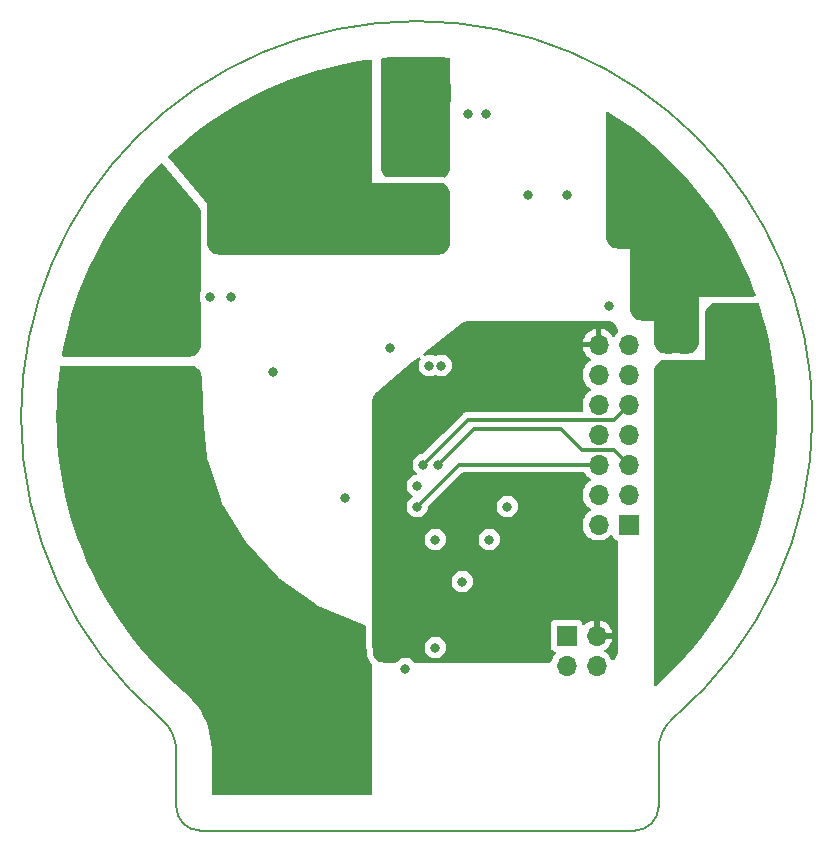
<source format=gbr>
%TF.GenerationSoftware,KiCad,Pcbnew,7.0.6*%
%TF.CreationDate,2024-03-18T21:18:51+03:00*%
%TF.ProjectId,_____ ________,1f3b3042-3020-4343-9042-47383a3e322e,rev?*%
%TF.SameCoordinates,Original*%
%TF.FileFunction,Copper,L3,Inr*%
%TF.FilePolarity,Positive*%
%FSLAX46Y46*%
G04 Gerber Fmt 4.6, Leading zero omitted, Abs format (unit mm)*
G04 Created by KiCad (PCBNEW 7.0.6) date 2024-03-18 21:18:51*
%MOMM*%
%LPD*%
G01*
G04 APERTURE LIST*
G04 Aperture macros list*
%AMRotRect*
0 Rectangle, with rotation*
0 The origin of the aperture is its center*
0 $1 length*
0 $2 width*
0 $3 Rotation angle, in degrees counterclockwise*
0 Add horizontal line*
21,1,$1,$2,0,0,$3*%
G04 Aperture macros list end*
%TA.AperFunction,ComponentPad*%
%ADD10RotRect,1.635000X1.635000X290.000000*%
%TD*%
%TA.AperFunction,ComponentPad*%
%ADD11C,1.635000*%
%TD*%
%TA.AperFunction,ComponentPad*%
%ADD12C,6.000000*%
%TD*%
%TA.AperFunction,ComponentPad*%
%ADD13RotRect,1.635000X1.635000X70.000000*%
%TD*%
%TA.AperFunction,ComponentPad*%
%ADD14RotRect,1.635000X1.635000X300.000000*%
%TD*%
%TA.AperFunction,ComponentPad*%
%ADD15R,1.635000X1.635000*%
%TD*%
%TA.AperFunction,ComponentPad*%
%ADD16RotRect,1.635000X1.635000X60.000000*%
%TD*%
%TA.AperFunction,ComponentPad*%
%ADD17RotRect,1.635000X1.635000X50.000000*%
%TD*%
%TA.AperFunction,ComponentPad*%
%ADD18R,1.700000X1.700000*%
%TD*%
%TA.AperFunction,ComponentPad*%
%ADD19O,1.700000X1.700000*%
%TD*%
%TA.AperFunction,ComponentPad*%
%ADD20RotRect,1.635000X1.635000X310.000000*%
%TD*%
%TA.AperFunction,ViaPad*%
%ADD21C,0.800000*%
%TD*%
%TA.AperFunction,Conductor*%
%ADD22C,0.300000*%
%TD*%
%TA.AperFunction,Profile*%
%ADD23C,0.200000*%
%TD*%
G04 APERTURE END LIST*
D10*
%TO.N,B_OUT*%
%TO.C,J13*%
X144872270Y-59835673D03*
D11*
X146411361Y-64064290D03*
%TD*%
D12*
%TO.N,B*%
%TO.C,J2*%
X151765000Y-55880000D03*
%TD*%
%TO.N,C*%
%TO.C,J3*%
X129540000Y-70485000D03*
%TD*%
D13*
%TO.N,C_OUT*%
%TO.C,J7*%
X145272909Y-107352617D03*
D11*
X146812000Y-103124000D03*
%TD*%
D14*
%TO.N,B_OUT*%
%TO.C,J12*%
X139990000Y-62142886D03*
D11*
X142240000Y-66040000D03*
%TD*%
D15*
%TO.N,A_OUT*%
%TO.C,J6*%
X178272000Y-79248000D03*
D11*
X173772000Y-79248000D03*
%TD*%
D12*
%TO.N,A*%
%TO.C,J1*%
X173990000Y-70485000D03*
%TD*%
D16*
%TO.N,C_OUT*%
%TO.C,J10*%
X140498000Y-104989114D03*
D11*
X142748000Y-101092000D03*
%TD*%
D15*
%TO.N,A_OUT*%
%TO.C,J5*%
X178272000Y-83566000D03*
D11*
X173772000Y-83566000D03*
%TD*%
D17*
%TO.N,C_OUT*%
%TO.C,J11*%
X136045456Y-101999200D03*
D11*
X138938000Y-98552000D03*
%TD*%
D18*
%TO.N,PTC_Coil_A*%
%TO.C,J8*%
X164540000Y-101874000D03*
D19*
%TO.N,GNDA*%
X167080000Y-101874000D03*
%TO.N,PTC_Coil_C*%
X164540000Y-104414000D03*
%TO.N,PTC_Coil_B*%
X167080000Y-104414000D03*
%TD*%
D20*
%TO.N,B_OUT*%
%TO.C,J14*%
X135537456Y-65132800D03*
D11*
X138430000Y-68580000D03*
%TD*%
D15*
%TO.N,A_OUT*%
%TO.C,J9*%
X178272000Y-87884000D03*
D11*
X173772000Y-87884000D03*
%TD*%
D18*
%TO.N,+3.3V*%
%TO.C,J4*%
X169784000Y-92456000D03*
D19*
%TO.N,GND*%
X167244000Y-92456000D03*
%TO.N,CS_MCU*%
X169784000Y-89916000D03*
%TO.N,Temp_Coil_C_MCU*%
X167244000Y-89916000D03*
%TO.N,SCLK_MCU*%
X169784000Y-87376000D03*
%TO.N,Temp_Coil_B_MCU*%
X167244000Y-87376000D03*
%TO.N,SDIO_MCU*%
X169784000Y-84836000D03*
%TO.N,Temp_Coil_A_MCU*%
X167244000Y-84836000D03*
%TO.N,OUT_MCU*%
X169784000Y-82296000D03*
%TO.N,Current_C_MCU*%
X167244000Y-82296000D03*
%TO.N,Current_B_MCU*%
X169784000Y-79756000D03*
%TO.N,Current_A_MCU*%
X167244000Y-79756000D03*
%TO.N,+3.3VA*%
X169784000Y-77216000D03*
%TO.N,GNDA*%
X167244000Y-77216000D03*
%TD*%
D21*
%TO.N,+3.3V*%
X136144000Y-73152000D03*
X164592000Y-64516000D03*
X157734000Y-57658000D03*
X145796000Y-90170000D03*
%TO.N,GND*%
X149606000Y-77470000D03*
X156210000Y-57658000D03*
X134366000Y-73152000D03*
X151892000Y-89154000D03*
%TO.N,OUT_MCU*%
X152400000Y-87376000D03*
%TO.N,SCLK_MCU*%
X153670000Y-87376000D03*
%TO.N,CS_MCU*%
X153924000Y-78994000D03*
%TO.N,SDIO_MCU*%
X152908000Y-78994000D03*
%TO.N,Current_B_MCU*%
X161290000Y-64516000D03*
%TO.N,Current_C_MCU*%
X139700000Y-79502000D03*
%TO.N,A*%
X170688000Y-72644000D03*
X175006000Y-74676000D03*
X171450000Y-74168000D03*
X174244000Y-75184000D03*
X170688000Y-73660000D03*
X174244000Y-77216000D03*
X175006000Y-76708000D03*
X175006000Y-75692000D03*
X174244000Y-74168000D03*
X174244000Y-76200000D03*
X170688000Y-74676000D03*
%TO.N,A_OUT*%
X180594000Y-79248000D03*
X177546000Y-76708000D03*
X180594000Y-76708000D03*
X180594000Y-74676000D03*
X181102000Y-78486000D03*
X180086000Y-78486000D03*
X176784000Y-75184000D03*
X168148000Y-73914000D03*
X177546000Y-74676000D03*
X177546000Y-77724000D03*
X180594000Y-77724000D03*
X176784000Y-77216000D03*
X180594000Y-75692000D03*
X181102000Y-80010000D03*
X180086000Y-80010000D03*
X177546000Y-75692000D03*
X176784000Y-76200000D03*
%TO.N,B*%
X149352000Y-59182000D03*
X150368000Y-62230000D03*
X149352000Y-61214000D03*
X149352000Y-62230000D03*
X149352000Y-60198000D03*
X152400000Y-62230000D03*
X151384000Y-62230000D03*
X153416000Y-62230000D03*
%TO.N,B_OUT*%
X152400000Y-64008000D03*
X151892000Y-65024000D03*
X149352000Y-68072000D03*
X152400000Y-68072000D03*
X150876000Y-65024000D03*
X149352000Y-66040000D03*
X151384000Y-64008000D03*
X153416000Y-68072000D03*
X149352000Y-64008000D03*
X150368000Y-64008000D03*
X151384000Y-68072000D03*
X153416000Y-64008000D03*
X152908000Y-65024000D03*
X149352000Y-67056000D03*
X150368000Y-68072000D03*
X149860000Y-65024000D03*
%TO.N,C*%
X125984000Y-75692000D03*
X127000000Y-73660000D03*
X126492000Y-76708000D03*
X125476000Y-76708000D03*
X127508000Y-74676000D03*
X124460000Y-76708000D03*
X125984000Y-73660000D03*
X124968000Y-75692000D03*
X127000000Y-75692000D03*
X126492000Y-74676000D03*
X125476000Y-74676000D03*
%TO.N,C_OUT*%
X130048000Y-80264000D03*
X127000000Y-81280000D03*
X129032000Y-80264000D03*
X132080000Y-84836000D03*
X132080000Y-83312000D03*
X130556000Y-84074000D03*
X128016000Y-83312000D03*
X131064000Y-83312000D03*
X128016000Y-84836000D03*
X129540000Y-84074000D03*
X129032000Y-84836000D03*
X129032000Y-83312000D03*
X127000000Y-83312000D03*
X127000000Y-82296000D03*
X131064000Y-84836000D03*
X131064000Y-80264000D03*
X130048000Y-83312000D03*
X127000000Y-80264000D03*
X130048000Y-84836000D03*
X128016000Y-80264000D03*
X131572000Y-84074000D03*
X128524000Y-84074000D03*
%TO.N,GNDA*%
X155702000Y-99314000D03*
X148590000Y-92964000D03*
X150114000Y-101854000D03*
X162814000Y-92710000D03*
%TO.N,Temp_Coil_C_MCU*%
X150876000Y-104648000D03*
%TO.N,Temp_Coil_B_MCU*%
X151892000Y-90932000D03*
%TO.N,Temp_Coil_A_MCU*%
X159512000Y-90932000D03*
%TO.N,+3.3VA*%
X155702000Y-97282000D03*
%TO.N,PTC_Coil_A*%
X157988000Y-93726000D03*
%TO.N,PTC_Coil_B*%
X153416000Y-93726000D03*
%TO.N,PTC_Coil_C*%
X153416000Y-102870000D03*
%TD*%
D22*
%TO.N,OUT_MCU*%
X168514000Y-83566000D02*
X169784000Y-82296000D01*
X152400000Y-87376000D02*
X156210000Y-83566000D01*
X156210000Y-83566000D02*
X168514000Y-83566000D01*
%TO.N,SCLK_MCU*%
X153670000Y-87376000D02*
X156718000Y-84328000D01*
X164084000Y-84328000D02*
X165862000Y-86106000D01*
X156718000Y-84328000D02*
X164084000Y-84328000D01*
X168514000Y-86106000D02*
X169784000Y-87376000D01*
X165862000Y-86106000D02*
X168514000Y-86106000D01*
%TO.N,Temp_Coil_B_MCU*%
X167244000Y-87376000D02*
X155448000Y-87376000D01*
X155448000Y-87376000D02*
X151892000Y-90932000D01*
%TD*%
%TA.AperFunction,Conductor*%
%TO.N,A*%
G36*
X168083162Y-57521101D02*
G01*
X168337537Y-57678233D01*
X168337537Y-57678234D01*
X169242817Y-58283123D01*
X170125931Y-58919938D01*
X170985753Y-59587868D01*
X171821187Y-60286062D01*
X172631168Y-61013629D01*
X173414665Y-61769643D01*
X174170679Y-62553140D01*
X174898246Y-63363121D01*
X175596440Y-64198555D01*
X176264370Y-65058377D01*
X176901185Y-65941491D01*
X177506074Y-66846771D01*
X178078266Y-67773065D01*
X178617032Y-68719192D01*
X179121686Y-69683945D01*
X179591583Y-70666096D01*
X180026126Y-71664393D01*
X180424760Y-72677563D01*
X180533834Y-72986747D01*
X180537573Y-73056517D01*
X180502999Y-73117232D01*
X180441088Y-73149617D01*
X180416897Y-73152000D01*
X175768000Y-73152000D01*
X175768000Y-74152000D01*
X175768000Y-74152003D01*
X175768000Y-76974951D01*
X175767701Y-76981032D01*
X175749982Y-77160934D01*
X175745240Y-77184775D01*
X175695424Y-77348998D01*
X175686121Y-77371456D01*
X175605227Y-77522798D01*
X175591722Y-77543010D01*
X175482854Y-77675666D01*
X175465666Y-77692854D01*
X175333010Y-77801722D01*
X175312798Y-77815227D01*
X175161456Y-77896121D01*
X175138998Y-77905424D01*
X174974775Y-77955240D01*
X174950934Y-77959982D01*
X174771032Y-77977701D01*
X174764951Y-77978000D01*
X174140984Y-77978000D01*
X174108891Y-77973775D01*
X174001748Y-77945066D01*
X174001744Y-77945065D01*
X174001743Y-77945065D01*
X174001742Y-77945064D01*
X174001737Y-77945064D01*
X173772002Y-77924965D01*
X173771998Y-77924965D01*
X173542262Y-77945064D01*
X173542251Y-77945066D01*
X173435109Y-77973775D01*
X173403016Y-77978000D01*
X172961049Y-77978000D01*
X172954968Y-77977701D01*
X172775065Y-77959982D01*
X172751224Y-77955240D01*
X172587001Y-77905424D01*
X172564543Y-77896121D01*
X172413201Y-77815227D01*
X172392989Y-77801722D01*
X172260333Y-77692854D01*
X172243145Y-77675666D01*
X172134277Y-77543010D01*
X172120772Y-77522798D01*
X172039878Y-77371456D01*
X172030575Y-77348998D01*
X171980757Y-77184769D01*
X171976018Y-77160941D01*
X171958299Y-76981032D01*
X171958000Y-76974951D01*
X171958000Y-76184003D01*
X171958000Y-76183999D01*
X171958000Y-75184000D01*
X170958000Y-75184000D01*
X170957997Y-75184000D01*
X170929049Y-75184000D01*
X170922968Y-75183701D01*
X170743065Y-75165982D01*
X170719224Y-75161240D01*
X170555001Y-75111424D01*
X170532543Y-75102121D01*
X170381201Y-75021227D01*
X170360989Y-75007722D01*
X170228333Y-74898854D01*
X170211145Y-74881666D01*
X170102277Y-74749010D01*
X170088772Y-74728798D01*
X170007878Y-74577456D01*
X169998575Y-74554998D01*
X169948757Y-74390769D01*
X169944018Y-74366941D01*
X169926299Y-74187032D01*
X169926000Y-74180951D01*
X169926000Y-70088003D01*
X169925999Y-70087992D01*
X169926000Y-69088000D01*
X168926000Y-69088000D01*
X168925997Y-69088000D01*
X168897049Y-69088000D01*
X168890968Y-69087701D01*
X168711065Y-69069982D01*
X168687224Y-69065240D01*
X168523001Y-69015424D01*
X168500543Y-69006121D01*
X168349201Y-68925227D01*
X168328989Y-68911722D01*
X168196333Y-68802854D01*
X168179145Y-68785666D01*
X168070277Y-68653010D01*
X168056772Y-68632798D01*
X167975878Y-68481456D01*
X167966575Y-68458998D01*
X167916757Y-68294769D01*
X167912018Y-68270941D01*
X167894299Y-68091032D01*
X167894000Y-68084951D01*
X167894000Y-57626598D01*
X167913685Y-57559559D01*
X167966489Y-57513804D01*
X168035647Y-57503860D01*
X168083162Y-57521101D01*
G37*
%TD.AperFunction*%
%TD*%
%TA.AperFunction,Conductor*%
%TO.N,B*%
G36*
X152936860Y-52855979D02*
G01*
X154024071Y-52914255D01*
X154573055Y-52963382D01*
X154638070Y-52988962D01*
X154678937Y-53045634D01*
X154686000Y-53086887D01*
X154686000Y-62242951D01*
X154685701Y-62249032D01*
X154667982Y-62428934D01*
X154663240Y-62452775D01*
X154613424Y-62616998D01*
X154604121Y-62639456D01*
X154523227Y-62790798D01*
X154509722Y-62811010D01*
X154400854Y-62943666D01*
X154383665Y-62960855D01*
X154272477Y-63052104D01*
X154208167Y-63079416D01*
X154157819Y-63074911D01*
X154027632Y-63035421D01*
X154027630Y-63035420D01*
X154003559Y-63029391D01*
X153955387Y-63019809D01*
X153930836Y-63016168D01*
X153930838Y-63016168D01*
X153772094Y-63000533D01*
X153732410Y-62996625D01*
X153726229Y-62996169D01*
X153720049Y-62995713D01*
X153701575Y-62994805D01*
X153689160Y-62994500D01*
X153689159Y-62994500D01*
X149231699Y-62994500D01*
X149164660Y-62974815D01*
X149153036Y-62966355D01*
X149146334Y-62960855D01*
X149129144Y-62943665D01*
X149020277Y-62811010D01*
X149006772Y-62790798D01*
X148925878Y-62639456D01*
X148916575Y-62616998D01*
X148866757Y-62452769D01*
X148862018Y-62428941D01*
X148844299Y-62249032D01*
X148844000Y-62242951D01*
X148844000Y-53101789D01*
X148863685Y-53034750D01*
X148916489Y-52988995D01*
X148956942Y-52978284D01*
X149672453Y-52914255D01*
X150759664Y-52855979D01*
X151848262Y-52836546D01*
X152936860Y-52855979D01*
G37*
%TD.AperFunction*%
%TD*%
%TA.AperFunction,Conductor*%
%TO.N,A_OUT*%
G36*
X180749031Y-73679685D02*
G01*
X180794786Y-73732489D01*
X180800324Y-73746941D01*
X180963024Y-74266549D01*
X181112318Y-74743344D01*
X181400365Y-75793321D01*
X181650753Y-76852911D01*
X181863162Y-77920762D01*
X182037321Y-78995515D01*
X182173009Y-80075798D01*
X182270053Y-81160237D01*
X182328329Y-82247448D01*
X182347761Y-83336082D01*
X182329473Y-84392100D01*
X182274629Y-85446889D01*
X182183295Y-86499146D01*
X182055581Y-87547610D01*
X181891640Y-88591023D01*
X181691669Y-89628134D01*
X181455908Y-90657699D01*
X181184639Y-91678483D01*
X180878188Y-92689262D01*
X180536922Y-93688825D01*
X180161251Y-94675971D01*
X179751624Y-95649518D01*
X179308534Y-96608298D01*
X178832512Y-97551160D01*
X178324128Y-98476975D01*
X177783992Y-99384632D01*
X177212752Y-100273042D01*
X176611093Y-101141140D01*
X175979737Y-101987885D01*
X175319441Y-102812261D01*
X174630996Y-103613280D01*
X173915229Y-104389981D01*
X173172997Y-105141432D01*
X172405191Y-105866733D01*
X172163978Y-106079279D01*
X172100666Y-106108831D01*
X172031427Y-106099462D01*
X171978245Y-106054148D01*
X171958004Y-105987274D01*
X171958000Y-105986244D01*
X171958000Y-79489048D01*
X171958299Y-79482967D01*
X171962706Y-79438213D01*
X171976018Y-79303056D01*
X171980757Y-79279232D01*
X172030577Y-79114994D01*
X172039875Y-79092549D01*
X172120775Y-78941195D01*
X172134272Y-78920995D01*
X172243149Y-78788328D01*
X172260328Y-78771149D01*
X172392995Y-78662272D01*
X172413195Y-78648775D01*
X172564549Y-78567875D01*
X172586994Y-78558577D01*
X172751232Y-78508757D01*
X172775056Y-78504018D01*
X172889501Y-78492746D01*
X172954969Y-78486299D01*
X172961049Y-78486000D01*
X175275997Y-78486000D01*
X175276000Y-78486000D01*
X176276000Y-78486000D01*
X176276000Y-74663047D01*
X176276299Y-74656967D01*
X176281824Y-74600867D01*
X176294018Y-74477056D01*
X176298757Y-74453232D01*
X176348577Y-74288994D01*
X176357875Y-74266549D01*
X176438775Y-74115195D01*
X176452272Y-74094995D01*
X176561149Y-73962328D01*
X176578328Y-73945149D01*
X176710995Y-73836272D01*
X176731195Y-73822775D01*
X176882549Y-73741875D01*
X176904994Y-73732577D01*
X177069232Y-73682757D01*
X177093056Y-73678018D01*
X177207501Y-73666746D01*
X177272969Y-73660299D01*
X177279049Y-73660000D01*
X180681992Y-73660000D01*
X180749031Y-73679685D01*
G37*
%TD.AperFunction*%
%TD*%
%TA.AperFunction,Conductor*%
%TO.N,C_OUT*%
G36*
X132655684Y-78994279D02*
G01*
X132829947Y-79010894D01*
X132853048Y-79015338D01*
X133012525Y-79062088D01*
X133034381Y-79070824D01*
X133182132Y-79146858D01*
X133201944Y-79159565D01*
X133332676Y-79262155D01*
X133349730Y-79278378D01*
X133458718Y-79403820D01*
X133472399Y-79422973D01*
X133555718Y-79566746D01*
X133565534Y-79588140D01*
X133620184Y-79745069D01*
X133625781Y-79767931D01*
X133651076Y-79941149D01*
X133651650Y-79947015D01*
X133766672Y-82247448D01*
X133858000Y-84074000D01*
X133859843Y-84094271D01*
X134101490Y-86752399D01*
X134101492Y-86752412D01*
X134112000Y-86868000D01*
X134148702Y-86978105D01*
X135249243Y-90279731D01*
X135382000Y-90678000D01*
X135442511Y-90776330D01*
X135442513Y-90776334D01*
X135442517Y-90776340D01*
X135442516Y-90776340D01*
X136529021Y-92541910D01*
X137215207Y-93656963D01*
X137363978Y-93898715D01*
X137363978Y-93898716D01*
X137363987Y-93898729D01*
X137414000Y-93980000D01*
X137478482Y-94050344D01*
X137478493Y-94050357D01*
X137478493Y-94050358D01*
X140110667Y-96921819D01*
X140208000Y-97028000D01*
X140300173Y-97091812D01*
X140300182Y-97091819D01*
X140300183Y-97091819D01*
X143082935Y-99018340D01*
X143510000Y-99314000D01*
X147252775Y-100855142D01*
X147257933Y-100857550D01*
X147408670Y-100936604D01*
X147427868Y-100949056D01*
X147529291Y-101029052D01*
X147569738Y-101086023D01*
X147576500Y-101126412D01*
X147576500Y-102771561D01*
X147578664Y-102804583D01*
X147578665Y-102804589D01*
X147587209Y-102869495D01*
X147587309Y-102869998D01*
X147591911Y-102893132D01*
X147593666Y-102901955D01*
X147612405Y-102971896D01*
X147616158Y-102993179D01*
X147626658Y-103113190D01*
X147626658Y-103134805D01*
X147611642Y-103306440D01*
X147612429Y-103402790D01*
X147617295Y-103449576D01*
X147617298Y-103449597D01*
X147636350Y-103544034D01*
X147674444Y-103669610D01*
X147674445Y-103669611D01*
X147682802Y-103692971D01*
X147682802Y-103692970D01*
X147682806Y-103692981D01*
X147682808Y-103692985D01*
X147687641Y-103704652D01*
X147701600Y-103738354D01*
X147701600Y-103738353D01*
X147701601Y-103738356D01*
X147701606Y-103738367D01*
X147701610Y-103738375D01*
X147712221Y-103760810D01*
X147721470Y-103778113D01*
X147804810Y-103934033D01*
X147804811Y-103934034D01*
X147804810Y-103934034D01*
X147817567Y-103955318D01*
X147817568Y-103955318D01*
X147817570Y-103955322D01*
X147844863Y-103996168D01*
X147859646Y-104016101D01*
X147910843Y-104078485D01*
X147984253Y-104167936D01*
X148000932Y-104186338D01*
X148000933Y-104186339D01*
X148020016Y-104205423D01*
X148053500Y-104266747D01*
X148056018Y-104284267D01*
X148079459Y-104612422D01*
X148081364Y-104648022D01*
X148082000Y-104683669D01*
X148082000Y-115239500D01*
X148062315Y-115306539D01*
X148009511Y-115352294D01*
X147958000Y-115363500D01*
X134612119Y-115363500D01*
X134545080Y-115343815D01*
X134499325Y-115291011D01*
X134488119Y-115239500D01*
X134488119Y-111670992D01*
X134488137Y-111670930D01*
X134488223Y-111383812D01*
X134454283Y-110913491D01*
X134445641Y-110854097D01*
X134386384Y-110446846D01*
X134284885Y-109986348D01*
X134284885Y-109986346D01*
X134150318Y-109534406D01*
X134150319Y-109534407D01*
X133983386Y-109093387D01*
X133784969Y-108665610D01*
X133556111Y-108253327D01*
X133298002Y-107858682D01*
X133298002Y-107858683D01*
X133012006Y-107483762D01*
X132846315Y-107296405D01*
X132699622Y-107130530D01*
X132362485Y-106800834D01*
X132333214Y-106776084D01*
X132312714Y-106758750D01*
X132310168Y-106756474D01*
X132309069Y-106755435D01*
X132181061Y-106647432D01*
X132180650Y-106646811D01*
X132179477Y-106646071D01*
X131381180Y-105948390D01*
X130606863Y-105222628D01*
X129858264Y-104470367D01*
X129136290Y-103692516D01*
X128441816Y-102890018D01*
X127775682Y-102063844D01*
X127138694Y-101214995D01*
X126531625Y-100344499D01*
X125955209Y-99453408D01*
X125410144Y-98542803D01*
X124897090Y-97613786D01*
X124416667Y-96667482D01*
X123969459Y-95705036D01*
X123556006Y-94727613D01*
X123317337Y-94103736D01*
X123176809Y-93736398D01*
X122832327Y-92732591D01*
X122522978Y-91717406D01*
X122249134Y-90692073D01*
X122011130Y-89657833D01*
X121809251Y-88615940D01*
X121643744Y-87567653D01*
X121514807Y-86514243D01*
X121422599Y-85456985D01*
X121367229Y-84397158D01*
X121348765Y-83336047D01*
X121348763Y-83335969D01*
X121368195Y-82247448D01*
X121426471Y-81160237D01*
X121523515Y-80075798D01*
X121539691Y-79947015D01*
X121645760Y-79102546D01*
X121673646Y-79038483D01*
X121731740Y-78999665D01*
X121768793Y-78994000D01*
X132649803Y-78994000D01*
X132655684Y-78994279D01*
G37*
%TD.AperFunction*%
%TD*%
%TA.AperFunction,Conductor*%
%TO.N,C*%
G36*
X130276415Y-61879676D02*
G01*
X130329820Y-61916514D01*
X131165740Y-62904420D01*
X133365628Y-65504289D01*
X133368958Y-65508595D01*
X133462181Y-65640712D01*
X133473109Y-65659507D01*
X133538347Y-65798471D01*
X133545826Y-65818888D01*
X133585786Y-65967105D01*
X133589584Y-65988512D01*
X133603761Y-66149599D01*
X133604000Y-66155037D01*
X133604000Y-72637596D01*
X133587387Y-72699596D01*
X133538821Y-72783714D01*
X133480327Y-72963740D01*
X133480326Y-72963744D01*
X133460540Y-73152000D01*
X133480326Y-73340256D01*
X133480327Y-73340259D01*
X133538818Y-73520277D01*
X133538821Y-73520284D01*
X133587387Y-73604403D01*
X133604000Y-73666402D01*
X133604000Y-77228951D01*
X133603701Y-77235032D01*
X133585982Y-77414934D01*
X133581240Y-77438775D01*
X133531424Y-77602998D01*
X133522121Y-77625456D01*
X133441227Y-77776798D01*
X133427722Y-77797010D01*
X133318854Y-77929666D01*
X133301666Y-77946854D01*
X133169010Y-78055722D01*
X133148798Y-78069227D01*
X132997456Y-78150121D01*
X132974998Y-78159424D01*
X132810775Y-78209240D01*
X132786934Y-78213982D01*
X132607032Y-78231701D01*
X132600951Y-78232000D01*
X121928638Y-78232000D01*
X121861599Y-78212315D01*
X121815844Y-78159511D01*
X121805900Y-78090353D01*
X121806235Y-78088165D01*
X121833362Y-77920762D01*
X122045771Y-76852911D01*
X122296159Y-75793321D01*
X122584206Y-74743344D01*
X122909546Y-73704316D01*
X123271764Y-72677563D01*
X123670398Y-71664393D01*
X124104941Y-70666096D01*
X124574838Y-69683945D01*
X125079492Y-68719192D01*
X125618258Y-67773065D01*
X126190450Y-66846771D01*
X126795339Y-65941491D01*
X127432154Y-65058377D01*
X128100084Y-64198555D01*
X128798278Y-63363121D01*
X129525845Y-62553140D01*
X129525844Y-62553139D01*
X130145935Y-61910508D01*
X130206645Y-61875937D01*
X130276415Y-61879676D01*
G37*
%TD.AperFunction*%
%TD*%
%TA.AperFunction,Conductor*%
%TO.N,B_OUT*%
G36*
X148011516Y-53103548D02*
G01*
X148063495Y-53150238D01*
X148082000Y-53215404D01*
X148082000Y-63500000D01*
X153682951Y-63500000D01*
X153689032Y-63500299D01*
X153750067Y-63506310D01*
X153868941Y-63518018D01*
X153892769Y-63522757D01*
X154057001Y-63572576D01*
X154079453Y-63581877D01*
X154230798Y-63662772D01*
X154251010Y-63676277D01*
X154383666Y-63785145D01*
X154400854Y-63802333D01*
X154509722Y-63934989D01*
X154523227Y-63955201D01*
X154604121Y-64106543D01*
X154613424Y-64129001D01*
X154663240Y-64293224D01*
X154667982Y-64317065D01*
X154685701Y-64496967D01*
X154686000Y-64503048D01*
X154686000Y-68592951D01*
X154685701Y-68599032D01*
X154667982Y-68778934D01*
X154663240Y-68802775D01*
X154613424Y-68966998D01*
X154604121Y-68989456D01*
X154523227Y-69140798D01*
X154509722Y-69161010D01*
X154400854Y-69293666D01*
X154383666Y-69310854D01*
X154251010Y-69419722D01*
X154230798Y-69433227D01*
X154079456Y-69514121D01*
X154056998Y-69523424D01*
X153892775Y-69573240D01*
X153868934Y-69577982D01*
X153689032Y-69595701D01*
X153682951Y-69596000D01*
X135115049Y-69596000D01*
X135108968Y-69595701D01*
X134929065Y-69577982D01*
X134905224Y-69573240D01*
X134741001Y-69523424D01*
X134718543Y-69514121D01*
X134567201Y-69433227D01*
X134546989Y-69419722D01*
X134414333Y-69310854D01*
X134397145Y-69293666D01*
X134288277Y-69161010D01*
X134274772Y-69140798D01*
X134193878Y-68989456D01*
X134184575Y-68966998D01*
X134134757Y-68802769D01*
X134130018Y-68778941D01*
X134112299Y-68599032D01*
X134112000Y-68592951D01*
X134112000Y-65642265D01*
X134112000Y-65278000D01*
X133877702Y-64999074D01*
X133877701Y-64999072D01*
X130844069Y-61387606D01*
X130816022Y-61323612D01*
X130827025Y-61254615D01*
X130852911Y-61218621D01*
X131065356Y-61013629D01*
X131875337Y-60286062D01*
X132710771Y-59587868D01*
X133570593Y-58919938D01*
X134453707Y-58283123D01*
X135358987Y-57678234D01*
X136285281Y-57106042D01*
X137231408Y-56567276D01*
X138196161Y-56062622D01*
X139178312Y-55592725D01*
X140176609Y-55158182D01*
X141189779Y-54759548D01*
X142216532Y-54397330D01*
X143255560Y-54071990D01*
X144305537Y-53783943D01*
X145365127Y-53533555D01*
X146432978Y-53321146D01*
X147507731Y-53146987D01*
X147942547Y-53092372D01*
X148011516Y-53103548D01*
G37*
%TD.AperFunction*%
%TD*%
%TA.AperFunction,Conductor*%
%TO.N,GNDA*%
G36*
X167913032Y-75184299D02*
G01*
X167974067Y-75190310D01*
X168092941Y-75202018D01*
X168116769Y-75206757D01*
X168281001Y-75256576D01*
X168303453Y-75265877D01*
X168345279Y-75288233D01*
X168454798Y-75346772D01*
X168475010Y-75360277D01*
X168607666Y-75469145D01*
X168624854Y-75486333D01*
X168733722Y-75618989D01*
X168747227Y-75639201D01*
X168828121Y-75790543D01*
X168837424Y-75813001D01*
X168887240Y-75977224D01*
X168891982Y-76001066D01*
X168903901Y-76122088D01*
X168890882Y-76190734D01*
X168868180Y-76221922D01*
X168745506Y-76344597D01*
X168615269Y-76530595D01*
X168560692Y-76574219D01*
X168491193Y-76581412D01*
X168428839Y-76549890D01*
X168412119Y-76530594D01*
X168282113Y-76344926D01*
X168282108Y-76344920D01*
X168115082Y-76177894D01*
X167921578Y-76042399D01*
X167707492Y-75942570D01*
X167707486Y-75942567D01*
X167494000Y-75885364D01*
X167494000Y-76780498D01*
X167386315Y-76731320D01*
X167279763Y-76716000D01*
X167208237Y-76716000D01*
X167101685Y-76731320D01*
X166994000Y-76780498D01*
X166994000Y-75885364D01*
X166993999Y-75885364D01*
X166780513Y-75942567D01*
X166780507Y-75942570D01*
X166566422Y-76042399D01*
X166566420Y-76042400D01*
X166372926Y-76177886D01*
X166372920Y-76177891D01*
X166205891Y-76344920D01*
X166205886Y-76344926D01*
X166070400Y-76538420D01*
X166070399Y-76538422D01*
X165970570Y-76752507D01*
X165970567Y-76752513D01*
X165913364Y-76965999D01*
X165913364Y-76966000D01*
X166810314Y-76966000D01*
X166784507Y-77006156D01*
X166744000Y-77144111D01*
X166744000Y-77287889D01*
X166784507Y-77425844D01*
X166810314Y-77466000D01*
X165913364Y-77466000D01*
X165970567Y-77679486D01*
X165970570Y-77679492D01*
X166070399Y-77893578D01*
X166205894Y-78087082D01*
X166372917Y-78254105D01*
X166558595Y-78384119D01*
X166602219Y-78438696D01*
X166609412Y-78508195D01*
X166577890Y-78570549D01*
X166558595Y-78587269D01*
X166372594Y-78717508D01*
X166205505Y-78884597D01*
X166069965Y-79078169D01*
X166069964Y-79078171D01*
X165970098Y-79292335D01*
X165970094Y-79292344D01*
X165908938Y-79520586D01*
X165908936Y-79520596D01*
X165888341Y-79755999D01*
X165888341Y-79756000D01*
X165908936Y-79991403D01*
X165908938Y-79991413D01*
X165970094Y-80219655D01*
X165970096Y-80219659D01*
X165970097Y-80219663D01*
X165974000Y-80228032D01*
X166069965Y-80433830D01*
X166069967Y-80433834D01*
X166178281Y-80588521D01*
X166205501Y-80627396D01*
X166205506Y-80627402D01*
X166372597Y-80794493D01*
X166372603Y-80794498D01*
X166558158Y-80924425D01*
X166601783Y-80979002D01*
X166608977Y-81048500D01*
X166577454Y-81110855D01*
X166558158Y-81127575D01*
X166372597Y-81257505D01*
X166205505Y-81424597D01*
X166069965Y-81618169D01*
X166069964Y-81618171D01*
X165970098Y-81832335D01*
X165970094Y-81832344D01*
X165908938Y-82060586D01*
X165908936Y-82060596D01*
X165888341Y-82295999D01*
X165888341Y-82296000D01*
X165908936Y-82531403D01*
X165908938Y-82531413D01*
X165970028Y-82759407D01*
X165968365Y-82829257D01*
X165929202Y-82887119D01*
X165864974Y-82914623D01*
X165850253Y-82915500D01*
X156295506Y-82915500D01*
X156279495Y-82913732D01*
X156279473Y-82913974D01*
X156271706Y-82913239D01*
X156199783Y-82915500D01*
X156169075Y-82915500D01*
X156169071Y-82915500D01*
X156169060Y-82915501D01*
X156161804Y-82916417D01*
X156155986Y-82916875D01*
X156107433Y-82918401D01*
X156092873Y-82922630D01*
X156087040Y-82924325D01*
X156067996Y-82928269D01*
X156046942Y-82930929D01*
X156046940Y-82930929D01*
X156001781Y-82948808D01*
X155996255Y-82950700D01*
X155949601Y-82964254D01*
X155931325Y-82975063D01*
X155913860Y-82983619D01*
X155894124Y-82991433D01*
X155854824Y-83019986D01*
X155849942Y-83023193D01*
X155808136Y-83047917D01*
X155793124Y-83062929D01*
X155778336Y-83075558D01*
X155761167Y-83088032D01*
X155761165Y-83088034D01*
X155730194Y-83125470D01*
X155726261Y-83129791D01*
X154066322Y-84789732D01*
X152416873Y-86439181D01*
X152355550Y-86472666D01*
X152329192Y-86475500D01*
X152305354Y-86475500D01*
X152272897Y-86482398D01*
X152120197Y-86514855D01*
X152120192Y-86514857D01*
X151947270Y-86591848D01*
X151947265Y-86591851D01*
X151794129Y-86703111D01*
X151667466Y-86843785D01*
X151572821Y-87007715D01*
X151572818Y-87007722D01*
X151514327Y-87187740D01*
X151514326Y-87187744D01*
X151494540Y-87376000D01*
X151514326Y-87564256D01*
X151514327Y-87564259D01*
X151572818Y-87744277D01*
X151572821Y-87744284D01*
X151667467Y-87908216D01*
X151788419Y-88042546D01*
X151794130Y-88048889D01*
X151797736Y-88052136D01*
X151834384Y-88111622D01*
X151833053Y-88181479D01*
X151794166Y-88239527D01*
X151740544Y-88265575D01*
X151612197Y-88292855D01*
X151612192Y-88292857D01*
X151439270Y-88369848D01*
X151439265Y-88369851D01*
X151286129Y-88481111D01*
X151159466Y-88621785D01*
X151064821Y-88785715D01*
X151064818Y-88785722D01*
X151017767Y-88930531D01*
X151006326Y-88965744D01*
X150986540Y-89154000D01*
X151006326Y-89342256D01*
X151006327Y-89342259D01*
X151064818Y-89522277D01*
X151064821Y-89522284D01*
X151159467Y-89686216D01*
X151263464Y-89801716D01*
X151286129Y-89826888D01*
X151444527Y-89941971D01*
X151442976Y-89944105D01*
X151483098Y-89986199D01*
X151496309Y-90054808D01*
X151470330Y-90119668D01*
X151443634Y-90142800D01*
X151444527Y-90144029D01*
X151286129Y-90259111D01*
X151159466Y-90399785D01*
X151064821Y-90563715D01*
X151064818Y-90563722D01*
X151019819Y-90702216D01*
X151006326Y-90743744D01*
X150986540Y-90932000D01*
X151006326Y-91120256D01*
X151006327Y-91120259D01*
X151064818Y-91300277D01*
X151064821Y-91300284D01*
X151159467Y-91464216D01*
X151244025Y-91558127D01*
X151286129Y-91604888D01*
X151439265Y-91716148D01*
X151439270Y-91716151D01*
X151612192Y-91793142D01*
X151612197Y-91793144D01*
X151797354Y-91832500D01*
X151797355Y-91832500D01*
X151986644Y-91832500D01*
X151986646Y-91832500D01*
X152171803Y-91793144D01*
X152344730Y-91716151D01*
X152497871Y-91604888D01*
X152624533Y-91464216D01*
X152719179Y-91300284D01*
X152777674Y-91120256D01*
X152791168Y-90991855D01*
X152815794Y-90932000D01*
X158606540Y-90932000D01*
X158626326Y-91120256D01*
X158626327Y-91120259D01*
X158684818Y-91300277D01*
X158684821Y-91300284D01*
X158779467Y-91464216D01*
X158864025Y-91558127D01*
X158906129Y-91604888D01*
X159059265Y-91716148D01*
X159059270Y-91716151D01*
X159232192Y-91793142D01*
X159232197Y-91793144D01*
X159417354Y-91832500D01*
X159417355Y-91832500D01*
X159606644Y-91832500D01*
X159606646Y-91832500D01*
X159791803Y-91793144D01*
X159964730Y-91716151D01*
X160117871Y-91604888D01*
X160244533Y-91464216D01*
X160339179Y-91300284D01*
X160397674Y-91120256D01*
X160417460Y-90932000D01*
X160397674Y-90743744D01*
X160339179Y-90563716D01*
X160244533Y-90399784D01*
X160117871Y-90259112D01*
X160117870Y-90259111D01*
X159964734Y-90147851D01*
X159964729Y-90147848D01*
X159791807Y-90070857D01*
X159791802Y-90070855D01*
X159646001Y-90039865D01*
X159606646Y-90031500D01*
X159417354Y-90031500D01*
X159384897Y-90038398D01*
X159232197Y-90070855D01*
X159232192Y-90070857D01*
X159059270Y-90147848D01*
X159059265Y-90147851D01*
X158906129Y-90259111D01*
X158779466Y-90399785D01*
X158684821Y-90563715D01*
X158684818Y-90563722D01*
X158639819Y-90702216D01*
X158626326Y-90743744D01*
X158606540Y-90932000D01*
X152815794Y-90932000D01*
X152817752Y-90927242D01*
X152826799Y-90917145D01*
X155681126Y-88062819D01*
X155742450Y-88029334D01*
X155768808Y-88026500D01*
X165986278Y-88026500D01*
X166053317Y-88046185D01*
X166087853Y-88079377D01*
X166205501Y-88247396D01*
X166205506Y-88247402D01*
X166372597Y-88414493D01*
X166372603Y-88414498D01*
X166558158Y-88544425D01*
X166601783Y-88599002D01*
X166608977Y-88668500D01*
X166577454Y-88730855D01*
X166558158Y-88747575D01*
X166372597Y-88877505D01*
X166205505Y-89044597D01*
X166069965Y-89238169D01*
X166069964Y-89238171D01*
X165970098Y-89452335D01*
X165970094Y-89452344D01*
X165908938Y-89680586D01*
X165908936Y-89680596D01*
X165888341Y-89915999D01*
X165888341Y-89916000D01*
X165908936Y-90151403D01*
X165908938Y-90151413D01*
X165970094Y-90379655D01*
X165970096Y-90379659D01*
X165970097Y-90379663D01*
X166050004Y-90551023D01*
X166069965Y-90593830D01*
X166069967Y-90593834D01*
X166145858Y-90702216D01*
X166205501Y-90787396D01*
X166205506Y-90787402D01*
X166372597Y-90954493D01*
X166372603Y-90954498D01*
X166558158Y-91084425D01*
X166601783Y-91139002D01*
X166608977Y-91208500D01*
X166577454Y-91270855D01*
X166558158Y-91287575D01*
X166372597Y-91417505D01*
X166205505Y-91584597D01*
X166069965Y-91778169D01*
X166069964Y-91778171D01*
X165970098Y-91992335D01*
X165970094Y-91992344D01*
X165908938Y-92220586D01*
X165908936Y-92220596D01*
X165888341Y-92455999D01*
X165888341Y-92456000D01*
X165908936Y-92691403D01*
X165908938Y-92691413D01*
X165970094Y-92919655D01*
X165970096Y-92919659D01*
X165970097Y-92919663D01*
X166054499Y-93100663D01*
X166069965Y-93133830D01*
X166069967Y-93133834D01*
X166178281Y-93288521D01*
X166205505Y-93327401D01*
X166372599Y-93494495D01*
X166469384Y-93562265D01*
X166566165Y-93630032D01*
X166566167Y-93630033D01*
X166566170Y-93630035D01*
X166780337Y-93729903D01*
X167008592Y-93791063D01*
X167185034Y-93806500D01*
X167243999Y-93811659D01*
X167244000Y-93811659D01*
X167244001Y-93811659D01*
X167302966Y-93806500D01*
X167479408Y-93791063D01*
X167707663Y-93729903D01*
X167921830Y-93630035D01*
X168115401Y-93494495D01*
X168237329Y-93372566D01*
X168298648Y-93339084D01*
X168368340Y-93344068D01*
X168424274Y-93385939D01*
X168441189Y-93416917D01*
X168490202Y-93548328D01*
X168490206Y-93548335D01*
X168576452Y-93663544D01*
X168576455Y-93663547D01*
X168691664Y-93749793D01*
X168691671Y-93749797D01*
X168754907Y-93773382D01*
X168826517Y-93800091D01*
X168826518Y-93800091D01*
X168829333Y-93801141D01*
X168885266Y-93843012D01*
X168909684Y-93908476D01*
X168910000Y-93917323D01*
X168910000Y-103136951D01*
X168909701Y-103143032D01*
X168891982Y-103322934D01*
X168887240Y-103346775D01*
X168837424Y-103510998D01*
X168828121Y-103533456D01*
X168747227Y-103684798D01*
X168733722Y-103705010D01*
X168624854Y-103837666D01*
X168607666Y-103854854D01*
X168515454Y-103930531D01*
X168451144Y-103957844D01*
X168382277Y-103946053D01*
X168330716Y-103898901D01*
X168324407Y-103887083D01*
X168254035Y-103736171D01*
X168254034Y-103736169D01*
X168118494Y-103542597D01*
X167951402Y-103375506D01*
X167951401Y-103375505D01*
X167765405Y-103245269D01*
X167721781Y-103190692D01*
X167714588Y-103121193D01*
X167746110Y-103058839D01*
X167765405Y-103042119D01*
X167951082Y-102912105D01*
X168118105Y-102745082D01*
X168253600Y-102551578D01*
X168353429Y-102337492D01*
X168353432Y-102337486D01*
X168410636Y-102124000D01*
X167513686Y-102124000D01*
X167539493Y-102083844D01*
X167580000Y-101945889D01*
X167580000Y-101802111D01*
X167539493Y-101664156D01*
X167513686Y-101624000D01*
X168410636Y-101624000D01*
X168410635Y-101623999D01*
X168353432Y-101410513D01*
X168353429Y-101410507D01*
X168253600Y-101196422D01*
X168253599Y-101196420D01*
X168118113Y-101002926D01*
X168118108Y-101002920D01*
X167951082Y-100835894D01*
X167757578Y-100700399D01*
X167543492Y-100600570D01*
X167543486Y-100600567D01*
X167330000Y-100543364D01*
X167330000Y-101438498D01*
X167222315Y-101389320D01*
X167115763Y-101374000D01*
X167044237Y-101374000D01*
X166937685Y-101389320D01*
X166830000Y-101438498D01*
X166830000Y-100543364D01*
X166829999Y-100543364D01*
X166616513Y-100600567D01*
X166616507Y-100600570D01*
X166402422Y-100700399D01*
X166402420Y-100700400D01*
X166208926Y-100835886D01*
X166086865Y-100957947D01*
X166025542Y-100991431D01*
X165955850Y-100986447D01*
X165899917Y-100944575D01*
X165883002Y-100913598D01*
X165833797Y-100781671D01*
X165833793Y-100781664D01*
X165747547Y-100666455D01*
X165747544Y-100666452D01*
X165632335Y-100580206D01*
X165632328Y-100580202D01*
X165497482Y-100529908D01*
X165497483Y-100529908D01*
X165437883Y-100523501D01*
X165437881Y-100523500D01*
X165437873Y-100523500D01*
X165437864Y-100523500D01*
X163642129Y-100523500D01*
X163642123Y-100523501D01*
X163582516Y-100529908D01*
X163447671Y-100580202D01*
X163447664Y-100580206D01*
X163332455Y-100666452D01*
X163332452Y-100666455D01*
X163246206Y-100781664D01*
X163246202Y-100781671D01*
X163195908Y-100916517D01*
X163189501Y-100976116D01*
X163189500Y-100976135D01*
X163189500Y-102771870D01*
X163189501Y-102771876D01*
X163195908Y-102831483D01*
X163246202Y-102966328D01*
X163246206Y-102966335D01*
X163332452Y-103081544D01*
X163332455Y-103081547D01*
X163447664Y-103167793D01*
X163447671Y-103167797D01*
X163579081Y-103216810D01*
X163635015Y-103258681D01*
X163659432Y-103324145D01*
X163644580Y-103392418D01*
X163623430Y-103420673D01*
X163501503Y-103542600D01*
X163365965Y-103736169D01*
X163365964Y-103736171D01*
X163266098Y-103950335D01*
X163266093Y-103950346D01*
X163239904Y-104048092D01*
X163203540Y-104107753D01*
X163140693Y-104138283D01*
X163120129Y-104140000D01*
X151685545Y-104140000D01*
X151618506Y-104120315D01*
X151593395Y-104098972D01*
X151547582Y-104048092D01*
X151481871Y-103975112D01*
X151458104Y-103957844D01*
X151328734Y-103863851D01*
X151328729Y-103863848D01*
X151155807Y-103786857D01*
X151155802Y-103786855D01*
X151010000Y-103755865D01*
X150970646Y-103747500D01*
X150781354Y-103747500D01*
X150748897Y-103754398D01*
X150596197Y-103786855D01*
X150596192Y-103786857D01*
X150423270Y-103863848D01*
X150423265Y-103863851D01*
X150270129Y-103975111D01*
X150158605Y-104098972D01*
X150099118Y-104135621D01*
X150066455Y-104140000D01*
X149085049Y-104140000D01*
X149078968Y-104139701D01*
X148899065Y-104121982D01*
X148875224Y-104117240D01*
X148711001Y-104067424D01*
X148688543Y-104058121D01*
X148537201Y-103977227D01*
X148516989Y-103963722D01*
X148384333Y-103854854D01*
X148367145Y-103837666D01*
X148325447Y-103786857D01*
X148258276Y-103705008D01*
X148244772Y-103684798D01*
X148168764Y-103542597D01*
X148163877Y-103533453D01*
X148154576Y-103510999D01*
X148127176Y-103420673D01*
X148120085Y-103397299D01*
X148115218Y-103350502D01*
X148135035Y-103124000D01*
X148134789Y-103121193D01*
X148121241Y-102966335D01*
X148114935Y-102894257D01*
X148108435Y-102870000D01*
X152510540Y-102870000D01*
X152530326Y-103058256D01*
X152530327Y-103058259D01*
X152588818Y-103238277D01*
X152588821Y-103238284D01*
X152683467Y-103402216D01*
X152700087Y-103420674D01*
X152810129Y-103542888D01*
X152963265Y-103654148D01*
X152963270Y-103654151D01*
X153136192Y-103731142D01*
X153136197Y-103731144D01*
X153321354Y-103770500D01*
X153321355Y-103770500D01*
X153510644Y-103770500D01*
X153510646Y-103770500D01*
X153695803Y-103731144D01*
X153868730Y-103654151D01*
X154021871Y-103542888D01*
X154148533Y-103402216D01*
X154243179Y-103238284D01*
X154301674Y-103058256D01*
X154321460Y-102870000D01*
X154301674Y-102681744D01*
X154243179Y-102501716D01*
X154148533Y-102337784D01*
X154021871Y-102197112D01*
X154021870Y-102197111D01*
X153868734Y-102085851D01*
X153868729Y-102085848D01*
X153695807Y-102008857D01*
X153695802Y-102008855D01*
X153550000Y-101977865D01*
X153510646Y-101969500D01*
X153321354Y-101969500D01*
X153288897Y-101976398D01*
X153136197Y-102008855D01*
X153136192Y-102008857D01*
X152963270Y-102085848D01*
X152963265Y-102085851D01*
X152810129Y-102197111D01*
X152683466Y-102337785D01*
X152588821Y-102501715D01*
X152588818Y-102501722D01*
X152533656Y-102671495D01*
X152530326Y-102681744D01*
X152510540Y-102870000D01*
X148108435Y-102870000D01*
X148086225Y-102787109D01*
X148082000Y-102755016D01*
X148082000Y-97282000D01*
X154796540Y-97282000D01*
X154816326Y-97470256D01*
X154816327Y-97470259D01*
X154874818Y-97650277D01*
X154874821Y-97650284D01*
X154969467Y-97814216D01*
X155096128Y-97954887D01*
X155096129Y-97954888D01*
X155249265Y-98066148D01*
X155249270Y-98066151D01*
X155422192Y-98143142D01*
X155422197Y-98143144D01*
X155607354Y-98182500D01*
X155607355Y-98182500D01*
X155796644Y-98182500D01*
X155796646Y-98182500D01*
X155981803Y-98143144D01*
X156154730Y-98066151D01*
X156307871Y-97954888D01*
X156434533Y-97814216D01*
X156529179Y-97650284D01*
X156587674Y-97470256D01*
X156607460Y-97282000D01*
X156587674Y-97093744D01*
X156529179Y-96913716D01*
X156434533Y-96749784D01*
X156307871Y-96609112D01*
X156307870Y-96609111D01*
X156154734Y-96497851D01*
X156154729Y-96497848D01*
X155981807Y-96420857D01*
X155981802Y-96420855D01*
X155836000Y-96389865D01*
X155796646Y-96381500D01*
X155607354Y-96381500D01*
X155574897Y-96388398D01*
X155422197Y-96420855D01*
X155422192Y-96420857D01*
X155249270Y-96497848D01*
X155249265Y-96497851D01*
X155096129Y-96609111D01*
X154969466Y-96749785D01*
X154874821Y-96913715D01*
X154874818Y-96913722D01*
X154816327Y-97093740D01*
X154816326Y-97093744D01*
X154796540Y-97282000D01*
X148082000Y-97282000D01*
X148082000Y-93726000D01*
X152510540Y-93726000D01*
X152530326Y-93914256D01*
X152530327Y-93914259D01*
X152588818Y-94094277D01*
X152588821Y-94094284D01*
X152683467Y-94258216D01*
X152810129Y-94398888D01*
X152963265Y-94510148D01*
X152963270Y-94510151D01*
X153136192Y-94587142D01*
X153136197Y-94587144D01*
X153321354Y-94626500D01*
X153321355Y-94626500D01*
X153510644Y-94626500D01*
X153510646Y-94626500D01*
X153695803Y-94587144D01*
X153868730Y-94510151D01*
X154021871Y-94398888D01*
X154148533Y-94258216D01*
X154243179Y-94094284D01*
X154301674Y-93914256D01*
X154321460Y-93726000D01*
X157082540Y-93726000D01*
X157102326Y-93914256D01*
X157102327Y-93914259D01*
X157160818Y-94094277D01*
X157160821Y-94094284D01*
X157255467Y-94258216D01*
X157382128Y-94398888D01*
X157382129Y-94398888D01*
X157535265Y-94510148D01*
X157535270Y-94510151D01*
X157708192Y-94587142D01*
X157708197Y-94587144D01*
X157893354Y-94626500D01*
X157893355Y-94626500D01*
X158082644Y-94626500D01*
X158082646Y-94626500D01*
X158267803Y-94587144D01*
X158440730Y-94510151D01*
X158593871Y-94398888D01*
X158720533Y-94258216D01*
X158815179Y-94094284D01*
X158873674Y-93914256D01*
X158893460Y-93726000D01*
X158873674Y-93537744D01*
X158815179Y-93357716D01*
X158720533Y-93193784D01*
X158593871Y-93053112D01*
X158593870Y-93053111D01*
X158440734Y-92941851D01*
X158440729Y-92941848D01*
X158267807Y-92864857D01*
X158267802Y-92864855D01*
X158122001Y-92833865D01*
X158082646Y-92825500D01*
X157893354Y-92825500D01*
X157860897Y-92832398D01*
X157708197Y-92864855D01*
X157708192Y-92864857D01*
X157535270Y-92941848D01*
X157535265Y-92941851D01*
X157382129Y-93053111D01*
X157255466Y-93193785D01*
X157160821Y-93357715D01*
X157160818Y-93357722D01*
X157102327Y-93537740D01*
X157102326Y-93537744D01*
X157082540Y-93726000D01*
X154321460Y-93726000D01*
X154301674Y-93537744D01*
X154243179Y-93357716D01*
X154148533Y-93193784D01*
X154021871Y-93053112D01*
X154021870Y-93053111D01*
X153868734Y-92941851D01*
X153868729Y-92941848D01*
X153695807Y-92864857D01*
X153695802Y-92864855D01*
X153550001Y-92833865D01*
X153510646Y-92825500D01*
X153321354Y-92825500D01*
X153288897Y-92832398D01*
X153136197Y-92864855D01*
X153136192Y-92864857D01*
X152963270Y-92941848D01*
X152963265Y-92941851D01*
X152810129Y-93053111D01*
X152683466Y-93193785D01*
X152588821Y-93357715D01*
X152588818Y-93357722D01*
X152530327Y-93537740D01*
X152530326Y-93537744D01*
X152510540Y-93726000D01*
X148082000Y-93726000D01*
X148082000Y-82009343D01*
X148082377Y-82002517D01*
X148104695Y-81800879D01*
X148110661Y-81774258D01*
X148164247Y-81618169D01*
X148173190Y-81592118D01*
X148184834Y-81567446D01*
X148285684Y-81403386D01*
X148302435Y-81381865D01*
X148443920Y-81236432D01*
X148448931Y-81231820D01*
X151479839Y-78735780D01*
X151975824Y-78327322D01*
X152040088Y-78299899D01*
X152108975Y-78311574D01*
X152160615Y-78358638D01*
X152178613Y-78426150D01*
X152162039Y-78485040D01*
X152080823Y-78625710D01*
X152080818Y-78625722D01*
X152022327Y-78805740D01*
X152022326Y-78805744D01*
X152002540Y-78994000D01*
X152022326Y-79182256D01*
X152022327Y-79182259D01*
X152080818Y-79362277D01*
X152080821Y-79362284D01*
X152175467Y-79526216D01*
X152302128Y-79666887D01*
X152302129Y-79666888D01*
X152455265Y-79778148D01*
X152455270Y-79778151D01*
X152628192Y-79855142D01*
X152628197Y-79855144D01*
X152813354Y-79894500D01*
X152813355Y-79894500D01*
X153002644Y-79894500D01*
X153002646Y-79894500D01*
X153187803Y-79855144D01*
X153360730Y-79778151D01*
X153360734Y-79778148D01*
X153365563Y-79775998D01*
X153434813Y-79766712D01*
X153466437Y-79775998D01*
X153471265Y-79778148D01*
X153471270Y-79778151D01*
X153644197Y-79855144D01*
X153829354Y-79894500D01*
X153829355Y-79894500D01*
X154018644Y-79894500D01*
X154018646Y-79894500D01*
X154203803Y-79855144D01*
X154376730Y-79778151D01*
X154529871Y-79666888D01*
X154656533Y-79526216D01*
X154751179Y-79362284D01*
X154809674Y-79182256D01*
X154829460Y-78994000D01*
X154809674Y-78805744D01*
X154751179Y-78625716D01*
X154656533Y-78461784D01*
X154529871Y-78321112D01*
X154500674Y-78299899D01*
X154376734Y-78209851D01*
X154376729Y-78209848D01*
X154203807Y-78132857D01*
X154203802Y-78132855D01*
X154058000Y-78101865D01*
X154018646Y-78093500D01*
X153829354Y-78093500D01*
X153796897Y-78100398D01*
X153644197Y-78132855D01*
X153644192Y-78132857D01*
X153466436Y-78212001D01*
X153397186Y-78221286D01*
X153365564Y-78212001D01*
X153187807Y-78132857D01*
X153187802Y-78132855D01*
X153042000Y-78101865D01*
X153002646Y-78093500D01*
X152813354Y-78093500D01*
X152780897Y-78100398D01*
X152628197Y-78132855D01*
X152559032Y-78163650D01*
X152489782Y-78172934D01*
X152426506Y-78143306D01*
X152389293Y-78084170D01*
X152389958Y-78014304D01*
X152428290Y-77955888D01*
X152431973Y-77952878D01*
X155681355Y-75399793D01*
X155686953Y-75395877D01*
X155860588Y-75288228D01*
X155885383Y-75276435D01*
X156068633Y-75213055D01*
X156095425Y-75207008D01*
X156202368Y-75195089D01*
X156298437Y-75184382D01*
X156305310Y-75184000D01*
X167906951Y-75184000D01*
X167913032Y-75184299D01*
G37*
%TD.AperFunction*%
%TD*%
D23*
X131487619Y-111618347D02*
X131487619Y-116332000D01*
X172325073Y-111516254D02*
X172325073Y-116332000D01*
X131487653Y-111618347D02*
G75*
G03*
X130245370Y-108940051I-3505153J1447D01*
G01*
X131487598Y-116332000D02*
G75*
G03*
X133519619Y-118364002I2032002J0D01*
G01*
X170293071Y-118364000D02*
X133519619Y-118364002D01*
X170293071Y-118363973D02*
G75*
G03*
X172325073Y-116332000I29J2031973D01*
G01*
X173557146Y-108850261D02*
G75*
G03*
X172325073Y-111516254I2268654J-2666139D01*
G01*
X173557135Y-108850249D02*
G75*
G03*
X185348262Y-83336046I-21708895J25514219D01*
G01*
X185348262Y-83336046D02*
G75*
G03*
X118348262Y-83336046I-33500000J0D01*
G01*
X118348265Y-83336046D02*
G75*
G03*
X130245370Y-108940051I33499975J-14D01*
G01*
M02*

</source>
